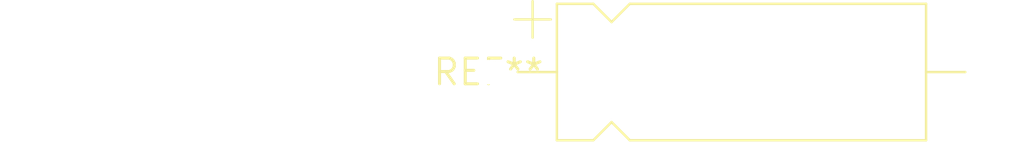
<source format=kicad_pcb>
(kicad_pcb (version 20240108) (generator pcbnew)
  (layers (0 "F.Cu" signal) (31 "B.Cu" signal) (34 "B.Paste" user) (35 "F.Paste" user) (36 "B.SilkS" user "B.Silkscreen") (37 "F.SilkS" user "F.Silkscreen") (38 "B.Mask" user) (39 "F.Mask" user) (44 "Edge.Cuts" user))
  (net 0 "")
  (footprint "CP_Axial_L18.0mm_D6.5mm_P25.00mm_Horizontal" (layer "F.Cu") (at 0 0)
    (property "Reference" "REF**")
    (property "Value" "CP_Axial_L18.0mm_D6.5mm_P25.00mm_Horizontal")
    (fp_line (start 1.28 -2.6) (end 3.08 -2.6) (layer "F.SilkS") (stroke (width 0.12)))
    (fp_line (start 1.44 0) (end 3.38 0) (layer "F.SilkS") (stroke (width 0.12)))
    (fp_line (start 2.18 -3.5) (end 2.18 -1.7) (layer "F.SilkS") (stroke (width 0.12)))
    (fp_line (start 3.38 -3.37) (end 3.38 3.37) (layer "F.SilkS") (stroke (width 0.12)))
    (fp_line (start 3.38 -3.37) (end 5.18 -3.37) (layer "F.SilkS") (stroke (width 0.12)))
    (fp_line (start 3.38 3.37) (end 5.18 3.37) (layer "F.SilkS") (stroke (width 0.12)))
    (fp_line (start 5.18 -3.37) (end 6.08 -2.47) (layer "F.SilkS") (stroke (width 0.12)))
    (fp_line (start 5.18 3.37) (end 6.08 2.47) (layer "F.SilkS") (stroke (width 0.12)))
    (fp_line (start 6.08 -2.47) (end 6.98 -3.37) (layer "F.SilkS") (stroke (width 0.12)))
    (fp_line (start 6.08 2.47) (end 6.98 3.37) (layer "F.SilkS") (stroke (width 0.12)))
    (fp_line (start 6.98 -3.37) (end 21.62 -3.37) (layer "F.SilkS") (stroke (width 0.12)))
    (fp_line (start 6.98 3.37) (end 21.62 3.37) (layer "F.SilkS") (stroke (width 0.12)))
    (fp_line (start 21.62 -3.37) (end 21.62 3.37) (layer "F.SilkS") (stroke (width 0.12)))
    (fp_line (start 23.56 0) (end 21.62 0) (layer "F.SilkS") (stroke (width 0.12)))
    (pad "1" thru_hole rect (at 0 0) (size 2.4 2.4) (drill 1.2) (layers *.Cu *.Mask) (remove_unused_layers))
    (pad "2" thru_hole oval (at 25 0) (size 2.4 2.4) (drill 1.2) (layers *.Cu *.Mask) (remove_unused_layers))
  )
)
</source>
